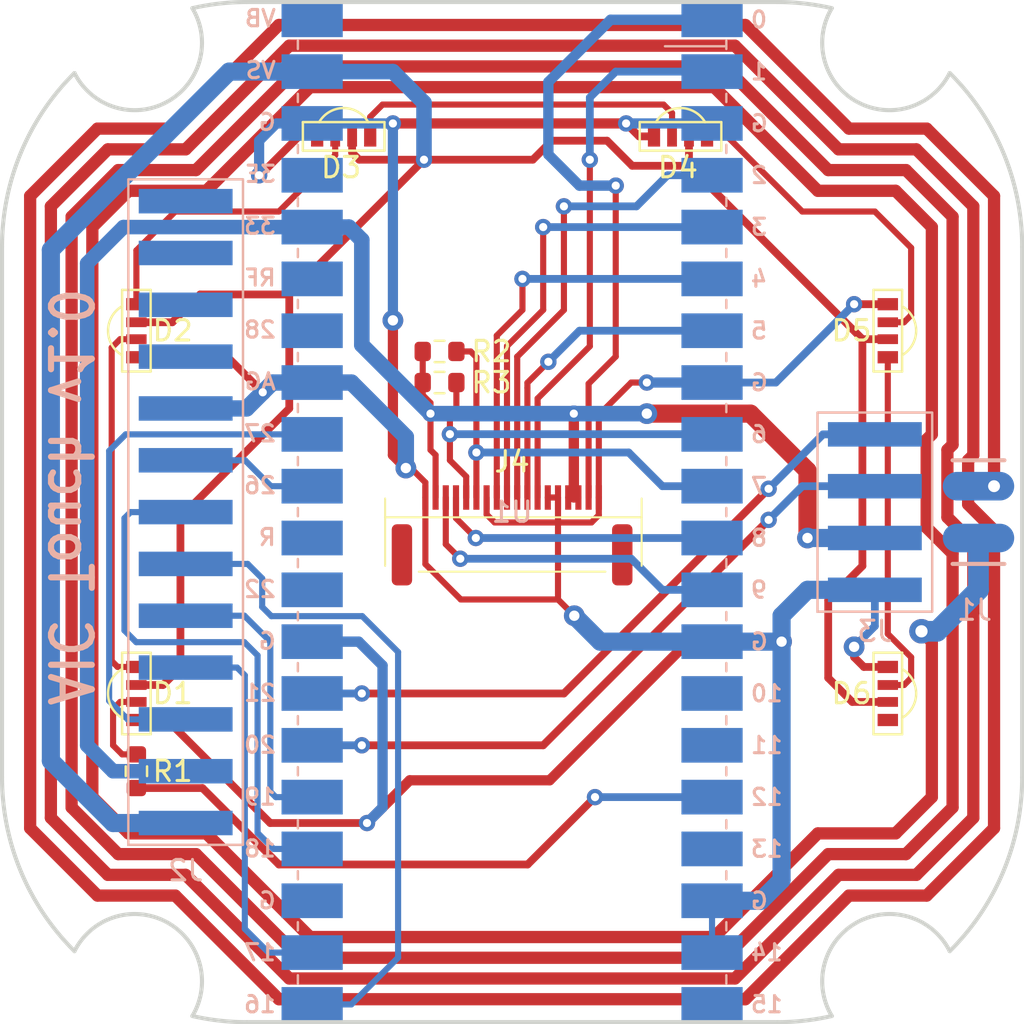
<source format=kicad_pcb>
(kicad_pcb (version 20221018) (generator pcbnew)
  (title_block (title "AIC Pico with PN5180"))
  (layers (0 "F.Cu" signal) (31 "B.Cu" signal) (34 "B.Paste" user) (35 "F.Paste" user) (36 "B.SilkS" user "B.Silkscreen") (37 "F.SilkS" user "F.Silkscreen") (38 "B.Mask" user) (39 "F.Mask" user) (44 "Edge.Cuts" user))
  (net 0 "")
  (net 1 "+5V")
  (net 2 "GND")
  (net 3 "+3V3")
  (net 4 "Net-(D1-In)")
  (net 5 "Net-(D1-Out)")
  (net 6 "Net-(D2-Out)")
  (net 7 "Net-(D3-Out)")
  (net 8 "Net-(D4-Out)")
  (net 9 "/RGB")
  (net 10 "Net-(D5-Out)")
  (net 12 "/LEDK")
  (net 13 "/D{slash}C")
  (net 14 "/CS")
  (net 15 "/SCK")
  (net 16 "/SDA")
  (net 17 "/RST")
  (net 18 "/TP_SCL")
  (net 19 "/TP_SDA")
  (net 20 "/TP_RST")
  (net 23 "/TP_INT")
  (net 25 "Net-(J3-SDA)")
  (net 26 "Net-(J3-SCL)")
  (net 31 "/ANT")
  (net 32 "Net-(J2-RST)")
  (net 33 "Net-(J2-NSS)")
  (net 34 "Net-(J2-MOSI)")
  (net 35 "Net-(J2-MISO)")
  (net 36 "Net-(J2-SCK)")
  (net 37 "Net-(J2-BUSY)")
  (footprint "aic_pico:WS2812B-1204" (layer "F.Cu") (at 143.575 94.985 180)
    (fp_text reference "D4")
    (fp_text value "WS2812B_Unified" hide)
  )
  (footprint "aic_pico:WS2812B-1204" (layer "F.Cu") (at 153.735 104.51 90)
    (fp_text reference "D5")
    (fp_text value "WS2812B_Unified" hide)
  )
  (footprint "Resistor_SMD:R_0603_1608Metric" (layer "F.Cu") (at 131.764 105.526 180)
    (fp_text reference "R2")
    (fp_text value "2K")
  )
  (footprint "aic_pico:WS2812B-1204" (layer "F.Cu") (at 127.065 94.985 180)
    (fp_text reference "D3")
    (fp_text value "WS2812B_Unified" hide)
  )
  (footprint "aic_pico:WS2812B-1204" (layer "F.Cu") (at 116.905 122.29 -90)
    (fp_text reference "D1")
    (fp_text value "WS2812B_Unified" hide)
  )
  (footprint "Resistor_SMD:R_0603_1608Metric" (layer "F.Cu") (at 116.905 126.1 -90)
    (fp_text reference "R1")
    (fp_text value "10" hide)
  )
  (footprint "Resistor_SMD:R_0603_1608Metric" (layer "F.Cu") (at 131.764 107.05 180)
    (fp_text reference "R3")
    (fp_text value "2K")
  )
  (footprint "aic_pico:FPC-0.5-1.0H-18P" (layer "F.Cu") (at 135.32 114.035)
    (fp_text reference "J4")
    (fp_text value "Display" hide)
  )
  (footprint "aic_pico:WS2812B-1204" (layer "F.Cu") (at 153.735 122.29 90)
    (fp_text reference "D6")
    (fp_text value "WS2812B_Unified" hide)
  )
  (footprint "aic_pico:WS2812B-1204" (layer "F.Cu") (at 116.905 104.51 -90)
    (fp_text reference "D2")
    (fp_text value "WS2812B_Unified" hide)
  )
  (footprint "aic_pico:ANT_2P" (layer "B.Cu") (at 158.18 113.4)
    (fp_text reference "J1")
    (fp_text value "Antenna" hide)
  )
  (footprint "aic_pico:RPi_Pico_SMD_No_USB" (layer "B.Cu") (at 135.32 113.4 180)
    (fp_text reference "U1")
    (fp_text value "Pico")
  )
  (footprint "aic_pico:pn5180_conn" (layer "B.Cu") (at 119.32 113.4)
    (fp_text reference "J2")
    (fp_text value "PN5180" hide)
  )
  (footprint "aic_pico:pn532_conn" (layer "B.Cu") (at 153.1 113.4)
    (fp_text reference "J3")
    (fp_text value "PN532" hide)
  )
  (gr_line (start 148.32 138.399999) (end 122.32 138.399999) (stroke (width 0.2)) (layer "Edge.Cuts"))
  (gr_line (start 160.32 126.399999) (end 160.32 100.399999) (stroke (width 0.2)) (layer "Edge.Cuts"))
  (gr_arc (start 119.649044 88.701025) (mid 118.410332 93.29151) (end 113.870189 91.879395) (stroke (width 0.2)) (layer "Edge.Cuts"))
  (gr_arc (start 150.990956 138.098973) (mid 152.229668 133.508486) (end 156.769811 134.920603) (stroke (width 0.2)) (layer "Edge.Cuts"))
  (gr_arc (start 110.32 100.399999) (mid 111.243048 95.784684) (end 113.870189 91.879395) (stroke (width 0.2)) (layer "Edge.Cuts"))
  (gr_arc (start 113.870189 134.920603) (mid 111.243048 131.015314) (end 110.32 126.399999) (stroke (width 0.2)) (layer "Edge.Cuts"))
  (gr_arc (start 122.32 138.399999) (mid 120.976067 138.324505) (end 119.649044 138.098973) (stroke (width 0.2)) (layer "Edge.Cuts"))
  (gr_arc (start 156.769811 91.879395) (mid 159.396952 95.784684) (end 160.32 100.399999) (stroke (width 0.2)) (layer "Edge.Cuts"))
  (gr_arc (start 160.32 126.399999) (mid 159.396952 131.015314) (end 156.769811 134.920603) (stroke (width 0.2)) (layer "Edge.Cuts"))
  (gr_arc (start 156.769811 91.879395) (mid 152.229668 93.291511) (end 150.990956 88.701025) (stroke (width 0.2)) (layer "Edge.Cuts"))
  (gr_arc (start 150.990956 138.098973) (mid 149.663933 138.324505) (end 148.32 138.399999) (stroke (width 0.2)) (layer "Edge.Cuts"))
  (gr_arc (start 113.870189 134.920603) (mid 118.410332 133.508487) (end 119.649044 138.098973) (stroke (width 0.2)) (layer "Edge.Cuts"))
  (gr_line (start 148.32 88.399999) (end 122.32 88.399999) (stroke (width 0.2)) (layer "Edge.Cuts"))
  (gr_line (start 110.32 126.399999) (end 110.32 100.399999) (stroke (width 0.2)) (layer "Edge.Cuts"))
  (gr_arc (start 148.32 88.399999) (mid 149.663933 88.475493) (end 150.990956 88.701025) (stroke (width 0.2)) (layer "Edge.Cuts"))
  (gr_arc (start 119.649044 88.701025) (mid 120.976067 88.475493) (end 122.32 88.399999) (stroke (width 0.2)) (layer "Edge.Cuts"))
  (gr_text "AIC Touch v1.0" (at 112.46 123.052 270) (layer "B.SilkS") (effects (font (size 2 1.8) (thickness 0.3)) (justify left bottom mirror)))
  (segment (start 119.064 113.654) (end 119.064 121.02) (width 0.381) (layer "F.Cu") (net 1))
  (segment (start 124.398 108.32) (end 119.064 113.654) (width 0.381) (layer "F.Cu") (net 1))
  (segment (start 152.489695 116.042305) (end 150.814 117.718) (width 0.381) (layer "F.Cu") (net 1))
  (segment (start 120.031623 102.732) (end 124.398 102.732) (width 0.381) (layer "F.Cu") (net 1))
  (segment (start 139.976254 95.196254) (end 141.205305 96.425305) (width 0.381) (layer "F.Cu") (net 1))
  (segment (start 118.209 121.875) (end 116.905 121.875) (width 0.381) (layer "F.Cu") (net 1))
  (segment (start 150.814 121.528) (end 151.991 122.705) (width 0.381) (layer "F.Cu") (net 1))
  (segment (start 118.668623 104.095) (end 120.031623 102.732) (width 0.381) (layer "F.Cu") (net 1))
  (segment (start 127.48 95.784228) (end 127.823772 96.128) (width 0.381) (layer "F.Cu") (net 1))
  (segment (start 127.823772 96.128) (end 136.336 96.128) (width 0.381) (layer "F.Cu") (net 1))
  (segment (start 150.814 117.718) (end 150.814 121.528) (width 0.381) (layer "F.Cu") (net 1))
  (segment (start 143.99 96.425305) (end 152.489695 104.925) (width 0.381) (layer "F.Cu") (net 1))
  (segment (start 136.336 96.128) (end 137.267746 95.196254) (width 0.381) (layer "F.Cu") (net 1))
  (segment (start 137.267746 95.196254) (end 139.976254 95.196254) (width 0.381) (layer "F.Cu") (net 1))
  (segment (start 152.489695 104.925) (end 153.735 104.925) (width 0.381) (layer "F.Cu") (net 1))
  (segment (start 141.205305 96.425305) (end 143.99 96.425305) (width 0.381) (layer "F.Cu") (net 1))
  (segment (start 127.48 94.985) (end 127.48 95.784228) (width 0.381) (layer "F.Cu") (net 1))
  (segment (start 124.398 102.732) (end 124.398 108.32) (width 0.381) (layer "F.Cu") (net 1))
  (segment (start 131.002 96.128) (end 124.398 102.732) (width 0.381) (layer "F.Cu") (net 1))
  (segment (start 151.991 122.705) (end 153.735 122.705) (width 0.381) (layer "F.Cu") (net 1))
  (segment (start 119.064 121.02) (end 118.209 121.875) (width 0.381) (layer "F.Cu") (net 1))
  (segment (start 152.489695 104.925) (end 152.489695 116.042305) (width 0.381) (layer "F.Cu") (net 1))
  (segment (start 116.905 104.095) (end 118.668623 104.095) (width 0.381) (layer "F.Cu") (net 1))
  (segment (start 143.99 96.425305) (end 143.99 94.985) (width 0.381) (layer "F.Cu") (net 1))
  (via (at 131.002 96.128) (size 0.8) (drill 0.4) (layers "F.Cu" "B.Cu") (net 1))
  (segment (start 131.002 93.334) (end 129.478 91.81) (width 0.762) (layer "B.Cu") (net 1))
  (segment (start 115.762 128.64) (end 120.08 128.64) (width 0.889) (layer "B.Cu") (net 1))
  (segment (start 131.002 96.128) (end 131.002 93.334) (width 0.762) (layer "B.Cu") (net 1))
  (segment (start 112.714 100.549791) (end 112.714 125.592) (width 0.889) (layer "B.Cu") (net 1))
  (segment (start 121.453791 91.81) (end 112.714 100.549791) (width 0.889) (layer "B.Cu") (net 1))
  (segment (start 125.52 91.81) (end 121.453791 91.81) (width 0.889) (layer "B.Cu") (net 1))
  (segment (start 129.478 91.81) (end 125.52 91.81) (width 0.762) (layer "B.Cu") (net 1))
  (segment (start 112.714 125.592) (end 115.762 128.64) (width 0.889) (layer "B.Cu") (net 1))
  (segment (start 139.57 113.548254) (end 139.210254 113.908) (width 0.3) (layer "F.Cu") (net 2))
  (segment (start 139.57 112.685) (end 139.57 113.548254) (width 0.3) (layer "F.Cu") (net 2))
  (segment (start 141.543 94.985) (end 142.275 94.985) (width 0.381) (layer "F.Cu") (net 2))
  (segment (start 139.57 108.638) (end 141.158 107.05) (width 0.3) (layer "F.Cu") (net 2))
  (segment (start 123.464 128.64) (end 118.414 123.59) (width 0.381) (layer "F.Cu") (net 2))
  (segment (start 137.57 117.682) (end 137.57 112.685) (width 0.3) (layer "F.Cu") (net 2))
  (segment (start 139.57 112.685) (end 139.57 108.638) (width 0.3) (layer "F.Cu") (net 2))
  (segment (start 143.956 119.75) (end 137.161 126.545) (width 0.5) (layer "F.Cu") (net 2))
  (segment (start 152.084 103.21) (end 153.735 103.21) (width 0.381) (layer "F.Cu") (net 2))
  (segment (start 152.084 120.512) (end 152.562 120.99) (width 0.381) (layer "F.Cu") (net 2))
  (segment (start 131.07 112.685) (end 131.07 115.948) (width 0.3) (layer "F.Cu") (net 2))
  (segment (start 130.303 126.545) (end 128.208 128.64) (width 0.5) (layer "F.Cu") (net 2))
  (segment (start 131.07 115.948) (end 132.804 117.682) (width 0.3) (layer "F.Cu") (net 2))
  (segment (start 139.210254 113.908) (end 134.464465 113.908) (width 0.3) (layer "F.Cu") (net 2))
  (segment (start 124.868 94.985) (end 125.765 94.985) (width 0.381) (layer "F.Cu") (net 2))
  (segment (start 128.208 128.64) (end 123.464 128.64) (width 0.381) (layer "F.Cu") (net 2))
  (segment (start 134.07 113.513535) (end 134.07 112.685) (width 0.3) (layer "F.Cu") (net 2))
  (segment (start 137.07 112.685) (end 137.57 112.685) (width 0.3) (layer "F.Cu") (net 2))
  (segment (start 152.084 120.004) (end 152.084 120.512) (width 0.381) (layer "F.Cu") (net 2))
  (segment (start 137.57 117.682) (end 138.368 118.48) (width 0.3) (layer "F.Cu") (net 2))
  (segment (start 141.158 107.05) (end 141.924 107.05) (width 0.3) (layer "F.Cu") (net 2))
  (segment (start 129.478 110.606) (end 130.113 111.241) (width 0.5) (layer "F.Cu") (net 2))
  (segment (start 137.161 126.545) (end 130.303 126.545) (width 0.5) (layer "F.Cu") (net 2))
  (segment (start 152.562 120.99) (end 153.735 120.99) (width 0.381) (layer "F.Cu") (net 2))
  (segment (start 140.908 94.35) (end 141.543 94.985) (width 0.381) (layer "F.Cu") (net 2))
  (segment (start 122.963 96.89) (end 124.868 94.985) (width 0.381) (layer "F.Cu") (net 2))
  (segment (start 148.528 119.75) (end 143.956 119.75) (width 0.5) (layer "F.Cu") (net 2))
  (segment (start 129.478 104.002) (end 129.478 110.606) (width 0.5) (layer "F.Cu") (net 2))
  (segment (start 116.905 105.81) (end 121.38 105.81) (width 0.381) (layer "F.Cu") (net 2))
  (segment (start 121.38 105.81) (end 123.098 107.528) (width 0.381) (layer "F.Cu") (net 2))
  (segment (start 130.363 111.241) (end 131.07 111.948) (width 0.3) (layer "F.Cu") (net 2))
  (segment (start 118.414 123.59) (end 116.905 123.59) (width 0.381) (layer "F.Cu") (net 2))
  (segment (start 134.464465 113.908) (end 134.07 113.513535) (width 0.3) (layer "F.Cu") (net 2))
  (segment (start 131.07 111.948) (end 131.07 112.685) (width 0.3) (layer "F.Cu") (net 2))
  (segment (start 140.908 94.35) (end 129.478 94.35) (width 0.5) (layer "F.Cu") (net 2))
  (segment (start 122.92 96.89) (end 122.963 96.89) (width 0.381) (layer "F.Cu") (net 2))
  (segment (start 132.804 117.682) (end 137.57 117.682) (width 0.3) (layer "F.Cu") (net 2))
  (via (at 138.368 118.48) (size 1.016) (drill 0.508) (layers "F.Cu" "B.Cu") (net 2))
  (via (at 130.113 111.241) (size 1.016) (drill 0.508) (layers "F.Cu" "B.Cu") (net 2))
  (via (at 140.908 94.35) (size 0.8) (drill 0.4) (layers "F.Cu" "B.Cu") (net 2))
  (via (at 122.92 96.89) (size 0.8) (drill 0.4) (layers "F.Cu" "B.Cu") (net 2))
  (via (at 141.924 107.05) (size 0.8) (drill 0.4) (layers "F.Cu" "B.Cu") (net 2))
  (via (at 128.208 128.64) (size 0.8) (drill 0.4) (layers "F.Cu" "B.Cu") (net 2))
  (via (at 129.478 94.35) (size 0.8) (drill 0.4) (layers "F.Cu" "B.Cu") (net 2))
  (via (at 152.084 103.21) (size 0.8) (drill 0.4) (layers "F.Cu" "B.Cu") (net 2))
  (via (at 123.098 107.528) (size 0.8) (drill 0.4) (layers "F.Cu" "B.Cu") (net 2))
  (via (at 152.084 120.004) (size 1.016) (drill 0.508) (layers "F.Cu" "B.Cu") (net 2))
  (via (at 129.478 104.002) (size 1.016) (drill 0.508) (layers "F.Cu" "B.Cu") (net 2))
  (via (at 148.528 119.75) (size 1.016) (drill 0.508) (layers "F.Cu" "B.Cu") (net 2))
  (segment (start 130.113 111.241) (end 130.113 109.717) (width 0.8) (layer "B.Cu") (net 2))
  (segment (start 127.446 107.05) (end 125.52 107.05) (width 0.8) (layer "B.Cu") (net 2))
  (segment (start 147.512 132.45) (end 145.12 132.45) (width 0.889) (layer "B.Cu") (net 2))
  (segment (start 152.084 103.21) (end 148.244 107.05) (width 0.381) (layer "B.Cu") (net 2))
  (segment (start 139.638 119.75) (end 145.12 119.75) (width 0.889) (layer "B.Cu") (net 2))
  (segment (start 148.528 119.75) (end 148.528 118.48) (width 0.889) (layer "B.Cu") (net 2))
  (segment (start 148.528 131.434) (end 147.512 132.45) (width 0.889) (layer "B.Cu") (net 2))
  (segment (start 128.97 127.878) (end 128.97 120.9185) (width 0.508) (layer "B.Cu") (net 2))
  (segment (start 145.12 107.05) (end 141.924 107.05) (width 0.5) (layer "B.Cu") (net 2))
  (segment (start 148.244 107.05) (end 145.12 107.05) (width 0.381) (layer "B.Cu") (net 2))
  (segment (start 145.12 119.75) (end 148.528 119.75) (width 0.889) (layer "B.Cu") (net 2))
  (segment (start 148.528 119.75) (end 148.528 131.434) (width 0.889) (layer "B.Cu") (net 2))
  (segment (start 122.92 96.89) (end 122.92 95.2) (width 0.5) (layer "B.Cu") (net 2))
  (segment (start 128.208 128.64) (end 128.97 127.878) (width 0.508) (layer "B.Cu") (net 2))
  (segment (start 130.113 109.717) (end 127.446 107.05) (width 0.8) (layer "B.Cu") (net 2))
  (segment (start 129.478 104.002) (end 129.478 94.35) (width 0.5) (layer "B.Cu") (net 2))
  (segment (start 153.1 117.21) (end 153.1 118.988) (width 0.381) (layer "B.Cu") (net 2))
  (segment (start 129.478 94.35) (end 125.52 94.35) (width 0.5) (layer "B.Cu") (net 2))
  (segment (start 149.798 117.21) (end 153.1 117.21) (width 0.889) (layer "B.Cu") (net 2))
  (segment (start 140.908 94.35) (end 145.12 94.35) (width 0.5) (layer "B.Cu") (net 2))
  (segment (start 128.97 120.9185) (end 127.8015 119.75) (width 0.508) (layer "B.Cu") (net 2))
  (segment (start 123.576 107.05) (end 125.52 107.05) (width 0.8) (layer "B.Cu") (net 2))
  (segment (start 123.77 94.35) (end 125.52 94.35) (width 0.5) (layer "B.Cu") (net 2))
  (segment (start 127.8015 119.75) (end 125.52 119.75) (width 0.508) (layer "B.Cu") (net 2))
  (segment (start 153.1 118.988) (end 152.084 120.004) (width 0.381) (layer "B.Cu") (net 2))
  (segment (start 122.306 108.32) (end 123.576 107.05) (width 0.8) (layer "B.Cu") (net 2))
  (segment (start 148.528 118.48) (end 149.798 117.21) (width 0.889) (layer "B.Cu") (net 2))
  (segment (start 138.368 118.48) (end 139.638 119.75) (width 0.889) (layer "B.Cu") (net 2))
  (segment (start 145.12 134.99) (end 145.12 132.45) (width 0.3) (layer "B.Cu") (net 2))
  (segment (start 119.32 108.32) (end 122.306 108.32) (width 0.8) (layer "B.Cu") (net 2))
  (segment (start 122.92 95.2) (end 123.77 94.35) (width 0.5) (layer "B.Cu") (net 2))
  (segment (start 138.07 112.685) (end 138.57 112.685) (width 0.3) (layer "F.Cu") (net 3))
  (segment (start 149.798 111.368) (end 147.004 108.574) (width 0.889) (layer "F.Cu") (net 3))
  (segment (start 149.798 114.67) (end 149.798 111.368) (width 0.889) (layer "F.Cu") (net 3))
  (segment (start 131.32 110.352) (end 131.32 108.574) (width 0.3) (layer "F.Cu") (net 3))
  (segment (start 130.939 107.666225) (end 130.939 105.526) (width 0.3) (layer "F.Cu") (net 3))
  (segment (start 131.57 112.685) (end 131.57 110.602) (width 0.3) (layer "F.Cu") (net 3))
  (segment (start 131.32 108.047225) (end 130.939 107.666225) (width 0.3) (layer "F.Cu") (net 3))
  (segment (start 138.3455 108.574) (end 138.3455 112.685) (width 0.508) (layer "F.Cu") (net 3))
  (segment (start 131.57 110.602) (end 131.32 110.352) (width 0.3) (layer "F.Cu") (net 3))
  (segment (start 131.32 108.574) (end 131.32 108.047225) (width 0.3) (layer "F.Cu") (net 3))
  (segment (start 147.004 108.574) (end 141.924 108.574) (width 0.889) (layer "F.Cu") (net 3))
  (via (at 138.3455 108.574) (size 0.8) (drill 0.4) (layers "F.Cu" "B.Cu") (net 3))
  (via (at 141.924 108.574) (size 1.016) (drill 0.508) (layers "F.Cu" "B.Cu") (net 3))
  (via (at 149.798 114.67) (size 1.016) (drill 0.508) (layers "F.Cu" "B.Cu") (net 3))
  (via (at 131.32 108.574) (size 0.8) (drill 0.4) (layers "F.Cu" "B.Cu") (net 3))
  (segment (start 125.52 99.43) (end 116.27 99.43) (width 0.7112) (layer "B.Cu") (net 3))
  (segment (start 114.492 124.83) (end 115.762 126.1) (width 0.7112) (layer "B.Cu") (net 3))
  (segment (start 127.319 99.43) (end 125.52 99.43) (width 0.762) (layer "B.Cu") (net 3))
  (segment (start 141.924 108.574) (end 131.32 108.574) (width 0.762) (layer "B.Cu") (net 3))
  (segment (start 114.492 101.208) (end 114.492 124.83) (width 0.7112) (layer "B.Cu") (net 3))
  (segment (start 127.954 105.208) (end 127.954 100.065) (width 0.762) (layer "B.Cu") (net 3))
  (segment (start 116.27 99.43) (end 114.492 101.208) (width 0.7112) (layer "B.Cu") (net 3))
  (segment (start 115.762 126.1) (end 120.08 126.1) (width 0.7112) (layer "B.Cu") (net 3))
  (segment (start 127.954 100.065) (end 127.319 99.43) (width 0.762) (layer "B.Cu") (net 3))
  (segment (start 131.32 108.574) (end 127.954 105.208) (width 0.762) (layer "B.Cu") (net 3))
  (segment (start 149.798 114.67) (end 153.1 114.67) (width 0.889) (layer "B.Cu") (net 3))
  (segment (start 116.109 122.705) (end 116.905 122.705) (width 0.3) (layer "F.Cu") (net 4))
  (segment (start 116.905 125.275) (end 116.207 125.275) (width 0.3) (layer "F.Cu") (net 4))
  (segment (start 116.207 125.275) (end 115.762 124.83) (width 0.3) (layer "F.Cu") (net 4))
  (segment (start 115.762 124.83) (end 115.762 123.052) (width 0.3) (layer "F.Cu") (net 4))
  (segment (start 115.762 123.052) (end 116.109 122.705) (width 0.3) (layer "F.Cu") (net 4))
  (segment (start 116.109 104.925) (end 116.905 104.925) (width 0.3) (layer "F.Cu") (net 5))
  (segment (start 115.986 120.99) (end 115.695 120.699) (width 0.3) (layer "F.Cu") (net 5))
  (segment (start 116.905 120.99) (end 115.986 120.99) (width 0.3) (layer "F.Cu") (net 5))
  (segment (start 115.695 120.699) (end 115.695 105.339) (width 0.3) (layer "F.Cu") (net 5))
  (segment (start 115.695 105.339) (end 116.109 104.925) (width 0.3) (layer "F.Cu") (net 5))
  (segment (start 116.905 100.573) (end 116.905 103.21) (width 0.3) (layer "F.Cu") (net 6))
  (segment (start 126.65 95.908) (end 123.89 98.668) (width 0.3) (layer "F.Cu") (net 6))
  (segment (start 126.65 94.985) (end 126.65 95.908) (width 0.3) (layer "F.Cu") (net 6))
  (segment (start 123.89 98.668) (end 118.81 98.668) (width 0.3) (layer "F.Cu") (net 6))
  (segment (start 118.81 98.668) (end 116.905 100.573) (width 0.3) (layer "F.Cu") (net 6))
  (segment (start 143.16 94.985) (end 143.16 93.842) (width 0.3) (layer "F.Cu") (net 7))
  (segment (start 143.16 93.842) (end 142.743476 93.425476) (width 0.3) (layer "F.Cu") (net 7))
  (segment (start 142.743476 93.425476) (end 128.97 93.425476) (width 0.3) (layer "F.Cu") (net 7))
  (segment (start 128.365 94.030476) (end 128.365 94.985) (width 0.3) (layer "F.Cu") (net 7))
  (segment (start 128.97 93.425476) (end 128.365 94.030476) (width 0.3) (layer "F.Cu") (net 7))
  (segment (start 154.878 100.446) (end 154.878 103.748) (width 0.3) (layer "F.Cu") (net 8))
  (segment (start 154.878 103.748) (end 154.531 104.095) (width 0.3) (layer "F.Cu") (net 8))
  (segment (start 144.875 94.985) (end 145.861 94.985) (width 0.3) (layer "F.Cu") (net 8))
  (segment (start 154.531 104.095) (end 153.735 104.095) (width 0.3) (layer "F.Cu") (net 8))
  (segment (start 145.861 94.985) (end 149.544 98.668) (width 0.3) (layer "F.Cu") (net 8))
  (segment (start 153.1 98.668) (end 154.878 100.446) (width 0.3) (layer "F.Cu") (net 8))
  (segment (start 149.544 98.668) (end 153.1 98.668) (width 0.3) (layer "F.Cu") (net 8))
  (segment (start 120.143 126.925) (end 122.62 129.402) (width 0.381) (layer "F.Cu") (net 9))
  (segment (start 122.62 129.402) (end 123.89 130.672) (width 0.381) (layer "F.Cu") (net 9))
  (segment (start 136.082 130.672) (end 139.384 127.37) (width 0.381) (layer "F.Cu") (net 9))
  (segment (start 116.905 126.925) (end 120.143 126.925) (width 0.381) (layer "F.Cu") (net 9))
  (segment (start 123.89 130.672) (end 136.082 130.672) (width 0.381) (layer "F.Cu") (net 9))
  (via (at 139.384 127.37) (size 0.8) (drill 0.4) (layers "F.Cu" "B.Cu") (net 9))
  (segment (start 139.384 127.37) (end 145.12 127.37) (width 0.381) (layer "B.Cu") (net 9))
  (segment (start 154.878 121.528) (end 154.878 120.512) (width 0.3) (layer "F.Cu") (net 10))
  (segment (start 153.735 119.369) (end 153.735 105.81) (width 0.3) (layer "F.Cu") (net 10))
  (segment (start 153.735 121.875) (end 154.531 121.875) (width 0.3) (layer "F.Cu") (net 10))
  (segment (start 154.878 120.512) (end 153.735 119.369) (width 0.3) (layer "F.Cu") (net 10))
  (segment (start 154.531 121.875) (end 154.878 121.528) (width 0.3) (layer "F.Cu") (net 10))
  (segment (start 140.4 97.398) (end 140.4 105.776) (width 0.3) (layer "F.Cu") (net 12))
  (segment (start 140.4 105.776) (end 139.07 107.106) (width 0.3) (layer "F.Cu") (net 12))
  (segment (start 139.07 107.106) (end 139.07 112.685) (width 0.3) (layer "F.Cu") (net 12))
  (via (at 140.4 97.398) (size 0.8) (drill 0.4) (layers "F.Cu" "B.Cu") (net 12))
  (segment (start 140.146 89.27) (end 145.12 89.27) (width 0.508) (layer "B.Cu") (net 12))
  (segment (start 138.622 97.398) (end 137.098 95.874) (width 0.508) (layer "B.Cu") (net 12))
  (segment (start 137.098 92.318) (end 140.146 89.27) (width 0.508) (layer "B.Cu") (net 12))
  (segment (start 140.4 97.398) (end 138.622 97.398) (width 0.508) (layer "B.Cu") (net 12))
  (segment (start 137.098 95.874) (end 137.098 92.318) (width 0.508) (layer "B.Cu") (net 12))
  (segment (start 139.13 105.272) (end 136.57 107.832) (width 0.3) (layer "F.Cu") (net 13))
  (segment (start 136.57 107.832) (end 136.57 108.082) (width 0.3) (layer "F.Cu") (net 13))
  (segment (start 139.13 96.128) (end 139.13 105.272) (width 0.3) (layer "F.Cu") (net 13))
  (segment (start 136.57 108.082) (end 136.57 112.685) (width 0.3) (layer "F.Cu") (net 13))
  (via (at 139.13 96.128) (size 0.8) (drill 0.4) (layers "F.Cu" "B.Cu") (net 13))
  (segment (start 139.13 96.128) (end 139.13 93.08) (width 0.381) (layer "B.Cu") (net 13))
  (segment (start 139.13 93.08) (end 140.4 91.81) (width 0.381) (layer "B.Cu") (net 13))
  (segment (start 140.4 91.81) (end 145.12 91.81) (width 0.381) (layer "B.Cu") (net 13))
  (segment (start 136.07 107.062) (end 136.07 107.312) (width 0.3) (layer "F.Cu") (net 14))
  (segment (start 136.07 107.312) (end 136.07 112.685) (width 0.3) (layer "F.Cu") (net 14))
  (segment (start 137.098 106.034) (end 136.07 107.062) (width 0.3) (layer "F.Cu") (net 14))
  (via (at 137.098 106.034) (size 0.8) (drill 0.4) (layers "F.Cu" "B.Cu") (net 14))
  (segment (start 138.622 104.51) (end 145.12 104.51) (width 0.381) (layer "B.Cu") (net 14))
  (segment (start 137.098 106.034) (end 138.622 104.51) (width 0.381) (layer "B.Cu") (net 14))
  (segment (start 137.86 103.494) (end 135.574 105.78) (width 0.3) (layer "F.Cu") (net 15))
  (segment (start 137.86 98.414) (end 137.86 103.494) (width 0.3) (layer "F.Cu") (net 15))
  (segment (start 135.574 105.78) (end 135.57 105.78) (width 0.3) (layer "F.Cu") (net 15))
  (segment (start 135.57 105.78) (end 135.57 112.685) (width 0.3) (layer "F.Cu") (net 15))
  (via (at 137.86 98.414) (size 0.8) (drill 0.4) (layers "F.Cu" "B.Cu") (net 15))
  (segment (start 141.416 98.414) (end 142.94 96.89) (width 0.381) (layer "B.Cu") (net 15))
  (segment (start 137.86 98.414) (end 141.416 98.414) (width 0.381) (layer "B.Cu") (net 15))
  (segment (start 142.94 96.89) (end 145.12 96.89) (width 0.381) (layer "B.Cu") (net 15))
  (segment (start 136.844 103.49) (end 135.07 105.264) (width 0.3) (layer "F.Cu") (net 16))
  (segment (start 136.844 99.43) (end 136.844 103.49) (width 0.3) (layer "F.Cu") (net 16))
  (segment (start 135.07 105.264) (end 135.07 112.685) (width 0.3) (layer "F.Cu") (net 16))
  (via (at 136.844 99.43) (size 0.8) (drill 0.4) (layers "F.Cu" "B.Cu") (net 16))
  (segment (start 145.12 99.43) (end 136.844 99.43) (width 0.381) (layer "B.Cu") (net 16))
  (segment (start 135.828 101.97) (end 135.828 103.49) (width 0.3) (layer "F.Cu") (net 17))
  (segment (start 134.57 104.748) (end 134.57 112.685) (width 0.3) (layer "F.Cu") (net 17))
  (segment (start 135.828 103.49) (end 134.57 104.748) (width 0.3) (layer "F.Cu") (net 17))
  (via (at 135.828 101.97) (size 0.8) (drill 0.4) (layers "F.Cu" "B.Cu") (net 17))
  (segment (start 145.12 101.97) (end 135.828 101.97) (width 0.381) (layer "B.Cu") (net 17))
  (segment (start 133.57 105.808) (end 133.288 105.526) (width 0.3) (layer "F.Cu") (net 18))
  (segment (start 133.57 110.4845) (end 133.57 112.685) (width 0.3) (layer "F.Cu") (net 18))
  (segment (start 133.57 110.479) (end 133.57 105.808) (width 0.3) (layer "F.Cu") (net 18))
  (segment (start 133.288 105.526) (end 132.589 105.526) (width 0.3) (layer "F.Cu") (net 18))
  (via (at 133.57 110.479) (size 0.8) (drill 0.4) (layers "F.Cu" "B.Cu") (net 18))
  (segment (start 133.542 110.479) (end 141.035 110.479) (width 0.381) (layer "B.Cu") (net 18))
  (segment (start 133.415 110.352) (end 133.542 110.479) (width 0.381) (layer "B.Cu") (net 18))
  (segment (start 142.686 112.13) (end 145.12 112.13) (width 0.381) (layer "B.Cu") (net 18))
  (segment (start 141.035 110.479) (end 142.686 112.13) (width 0.381) (layer "B.Cu") (net 18))
  (segment (start 132.589 108.511) (end 132.589 107.05) (width 0.3) (layer "F.Cu") (net 19))
  (segment (start 132.272 109.581) (end 132.272 110.86) (width 0.3) (layer "F.Cu") (net 19))
  (segment (start 132.272 110.86) (end 133.07 111.658) (width 0.3) (layer "F.Cu") (net 19))
  (segment (start 133.07 111.658) (end 133.07 112.685) (width 0.3) (layer "F.Cu") (net 19))
  (segment (start 132.272 108.828) (end 132.589 108.511) (width 0.3) (layer "F.Cu") (net 19))
  (segment (start 132.272 109.581) (end 132.272 108.828) (width 0.3) (layer "F.Cu") (net 19))
  (via (at 132.272 109.581) (size 0.8) (drill 0.4) (layers "F.Cu" "B.Cu") (net 19))
  (segment (start 145.111 109.581) (end 145.12 109.59) (width 0.381) (layer "B.Cu") (net 19))
  (segment (start 132.272 109.581) (end 145.111 109.581) (width 0.381) (layer "B.Cu") (net 19))
  (segment (start 133.542 114.67) (end 132.57 113.698) (width 0.3) (layer "F.Cu") (net 20))
  (segment (start 132.57 113.698) (end 132.57 112.685) (width 0.3) (layer "F.Cu") (net 20))
  (via (at 133.542 114.67) (size 0.8) (drill 0.4) (layers "F.Cu" "B.Cu") (net 20))
  (segment (start 133.542 114.67) (end 145.12 114.67) (width 0.381) (layer "B.Cu") (net 20))
  (segment (start 132.07 114.976) (end 132.78 115.686) (width 0.3) (layer "F.Cu") (net 23))
  (segment (start 132.07 112.685) (end 132.07 114.976) (width 0.3) (layer "F.Cu") (net 23))
  (via (at 132.78 115.686) (size 0.8) (drill 0.4) (layers "F.Cu" "B.Cu") (net 23))
  (segment (start 142.686 117.21) (end 145.12 117.21) (width 0.381) (layer "B.Cu") (net 23))
  (segment (start 141.162 115.686) (end 142.686 117.21) (width 0.381) (layer "B.Cu") (net 23))
  (segment (start 132.78 115.686) (end 141.162 115.686) (width 0.381) (layer "B.Cu") (net 23))
  (segment (start 136.844 124.83) (end 127.954 124.83) (width 0.381) (layer "F.Cu") (net 25))
  (segment (start 147.893 113.781) (end 136.844 124.83) (width 0.381) (layer "F.Cu") (net 25))
  (via (at 147.893 113.781) (size 0.8) (drill 0.4) (layers "F.Cu" "B.Cu") (net 25))
  (via (at 127.954 124.83) (size 0.8) (drill 0.4) (layers "F.Cu" "B.Cu") (net 25))
  (segment (start 149.544 112.13) (end 153.1 112.13) (width 0.381) (layer "B.Cu") (net 25))
  (segment (start 125.52 124.83) (end 127.954 124.83) (width 0.381) (layer "B.Cu") (net 25))
  (segment (start 147.893 113.781) (end 149.544 112.13) (width 0.381) (layer "B.Cu") (net 25))
  (segment (start 147.893 112.257) (end 137.86 122.29) (width 0.381) (layer "F.Cu") (net 26))
  (segment (start 137.86 122.29) (end 127.954 122.29) (width 0.381) (layer "F.Cu") (net 26))
  (via (at 127.954 122.29) (size 0.8) (drill 0.4) (layers "F.Cu" "B.Cu") (net 26))
  (via (at 147.893 112.257) (size 0.8) (drill 0.4) (layers "F.Cu" "B.Cu") (net 26))
  (segment (start 125.52 122.29) (end 127.954 122.29) (width 0.381) (layer "B.Cu") (net 26))
  (segment (start 150.56 109.59) (end 153.1 109.59) (width 0.381) (layer "B.Cu") (net 26))
  (segment (start 147.893 112.257) (end 150.56 109.59) (width 0.381) (layer "B.Cu") (net 26))
  (segment locked (start 150.306 97.652) (end 154.116 97.652) (width 0.6) (layer "F.Cu") (net 31))
  (segment locked (start 154.116 129.148) (end 150.306 129.148) (width 0.6) (layer "F.Cu") (net 31))
  (segment locked (start 155.894 109.59) (end 155.64 109.844) (width 0.6) (layer "F.Cu") (net 31))
  (segment locked (start 113.73 127.878) (end 113.73 98.922) (width 0.6) (layer "F.Cu") (net 31))
  (segment locked (start 155.64 94.604) (end 158.942 97.906) (width 0.6) (layer "F.Cu") (net 31))
  (segment locked (start 157.926 110.606) (end 157.672 110.86) (width 0.6) (layer "F.Cu") (net 31))
  (segment locked (start 116.016 96.636) (end 119.826 96.636) (width 0.6) (layer "F.Cu") (net 31))
  (segment locked (start 145.226 134.228) (end 125.414 134.228) (width 0.6) (layer "F.Cu") (net 31))
  (segment locked (start 157.672 110.86) (end 157.672 113.019) (width 0.6) (layer "F.Cu") (net 31))
  (segment locked (start 156.656 110.352) (end 156.656 113.654) (width 0.6) (layer "F.Cu") (net 31))
  (segment locked (start 158.942 114.289) (end 158.942 128.894) (width 0.6) (layer "F.Cu") (net 31))
  (segment locked (start 114.746 99.43) (end 116.524 97.652) (width 0.6) (layer "F.Cu") (net 31))
  (segment locked (start 151.83 132.196) (end 146.75 137.276) (width 0.6) (layer "F.Cu") (net 31))
  (segment locked (start 155.894 99.43) (end 155.894 109.59) (width 0.6) (layer "F.Cu") (net 31))
  (segment locked (start 112.714 98.414) (end 115.508 95.62) (width 0.6) (layer "F.Cu") (net 31))
  (segment locked (start 119.318 131.18) (end 115.508 131.18) (width 0.6) (layer "F.Cu") (net 31))
  (segment locked (start 118.81 94.604) (end 123.89 89.524) (width 0.6) (layer "F.Cu") (net 31))
  (segment locked (start 157.926 114.924) (end 157.926 128.386) (width 0.6) (layer "F.Cu") (net 31))
  (segment locked (start 156.91 127.878) (end 154.624 130.164) (width 0.6) (layer "F.Cu") (net 31))
  (segment locked (start 151.83 94.604) (end 155.64 94.604) (width 0.6) (layer "F.Cu") (net 31))
  (segment locked (start 119.318 95.62) (end 124.398 90.54) (width 0.6) (layer "F.Cu") (net 31))
  (segment locked (start 145.226 92.572) (end 150.306 97.652) (width 0.6) (layer "F.Cu") (net 31))
  (segment locked (start 146.242 136.26) (end 124.398 136.26) (width 0.6) (layer "F.Cu") (net 31))
  (segment locked (start 124.906 91.556) (end 145.734 91.556) (width 0.6) (layer "F.Cu") (net 31))
  (segment locked (start 114.746 127.37) (end 114.746 99.43) (width 0.6) (layer "F.Cu") (net 31))
  (segment locked (start 112.714 128.386) (end 112.714 98.414) (width 0.6) (layer "F.Cu") (net 31))
  (segment locked (start 154.624 130.164) (end 150.814 130.164) (width 0.6) (layer "F.Cu") (net 31))
  (segment locked (start 150.814 96.636) (end 154.624 96.636) (width 0.6) (layer "F.Cu") (net 31))
  (segment locked (start 155.64 114.162) (end 156.91 115.432) (width 0.6) (layer "F.Cu") (net 31))
  (segment locked (start 155.64 109.844) (end 155.64 114.162) (width 0.6) (layer "F.Cu") (net 31))
  (segment locked (start 123.89 89.524) (end 146.75 89.524) (width 0.6) (layer "F.Cu") (net 31))
  (segment locked (start 116.524 97.652) (end 120.334 97.652) (width 0.6) (layer "F.Cu") (net 31))
  (segment locked (start 125.414 92.572) (end 145.226 92.572) (width 0.6) (layer "F.Cu") (net 31))
  (segment locked (start 155.132 95.62) (end 157.926 98.414) (width 0.6) (layer "F.Cu") (net 31))
  (segment locked (start 158.942 128.894) (end 155.64 132.196) (width 0.6) (layer "F.Cu") (net 31))
  (segment (start 155.894 119.75) (end 155.894 127.37) (width 0.6) (layer "F.Cu") (net 31))
  (segment locked (start 156.656 113.654) (end 157.926 114.924) (width 0.6) (layer "F.Cu") (net 31))
  (segment locked (start 150.814 130.164) (end 145.734 135.244) (width 0.6) (layer "F.Cu") (net 31))
  (segment locked (start 146.75 89.524) (end 151.83 94.604) (width 0.6) (layer "F.Cu") (net 31))
  (segment locked (start 111.698 128.894) (end 111.698 97.906) (width 0.6) (layer "F.Cu") (net 31))
  (segment locked (start 156.91 115.432) (end 156.91 127.878) (width 0.6) (layer "F.Cu") (net 31))
  (segment locked (start 120.334 97.652) (end 125.414 92.572) (width 0.6) (layer "F.Cu") (net 31))
  (segment locked (start 157.926 98.414) (end 157.926 110.606) (width 0.6) (layer "F.Cu") (net 31))
  (segment locked (start 155.64 132.196) (end 151.83 132.196) (width 0.6) (layer "F.Cu") (net 31))
  (segment locked (start 156.91 110.098) (end 156.656 110.352) (width 0.6) (layer "F.Cu") (net 31))
  (segment locked (start 154.116 97.652) (end 155.894 99.43) (width 0.6) (layer "F.Cu") (net 31))
  (segment locked (start 115 132.196) (end 111.698 128.894) (width 0.6) (layer "F.Cu") (net 31))
  (segment locked (start 120.334 129.148) (end 116.524 129.148) (width 0.6) (layer "F.Cu") (net 31))
  (segment locked (start 119.826 96.636) (end 124.906 91.556) (width 0.6) (layer "F.Cu") (net 31))
  (segment (start 155.386 119.242) (end 155.894 119.75) (width 0.6) (layer "F.Cu") (net 31))
  (segment locked (start 151.322 95.62) (end 155.132 95.62) (width 0.6) (layer "F.Cu") (net 31))
  (segment locked (start 116.524 129.148) (end 114.746 127.37) (width 0.6) (layer "F.Cu") (net 31))
  (segment locked (start 151.322 131.18) (end 146.242 136.26) (width 0.6) (layer "F.Cu") (net 31))
  (segment locked (start 124.398 90.54) (end 146.242 90.54) (width 0.6) (layer "F.Cu") (net 31))
  (segment locked (start 116.016 130.164) (end 113.73 127.878) (width 0.6) (layer "F.Cu") (net 31))
  (segment locked (start 146.242 90.54) (end 151.322 95.62) (width 0.6) (layer "F.Cu") (net 31))
  (segment locked (start 154.624 96.636) (end 156.91 98.922) (width 0.6) (layer "F.Cu") (net 31))
  (segment locked (start 125.414 134.228) (end 120.334 129.148) (width 0.6) (layer "F.Cu") (net 31))
  (segment locked (start 119.826 130.164) (end 116.016 130.164) (width 0.6) (layer "F.Cu") (net 31))
  (segment locked (start 150.306 129.148) (end 145.226 134.228) (width 0.6) (layer "F.Cu") (net 31))
  (segment locked (start 118.81 132.196) (end 115 132.196) (width 0.6) (layer "F.Cu") (net 31))
  (segment locked (start 157.672 113.019) (end 158.942 114.289) (width 0.6) (layer "F.Cu") (net 31))
  (segment locked (start 145.734 91.556) (end 150.814 96.636) (width 0.6) (layer "F.Cu") (net 31))
  (segment locked (start 113.73 98.922) (end 116.016 96.636) (width 0.6) (layer "F.Cu") (net 31))
  (segment locked (start 115 94.604) (end 118.81 94.604) (width 0.6) (layer "F.Cu") (net 31))
  (segment locked (start 115.508 131.18) (end 112.714 128.386) (width 0.6) (layer "F.Cu") (net 31))
  (segment locked (start 158.942 97.906) (end 158.942 112.13) (width 0.6) (layer "F.Cu") (net 31))
  (segment locked (start 124.398 136.26) (end 119.318 131.18) (width 0.6) (layer "F.Cu") (net 31))
  (segment locked (start 156.91 98.922) (end 156.91 110.098) (width 0.6) (layer "F.Cu") (net 31))
  (segment locked (start 155.894 127.37) (end 154.116 129.148) (width 0.6) (layer "F.Cu") (net 31))
  (segment locked (start 157.926 128.386) (end 155.132 131.18) (width 0.6) (layer "F.Cu") (net 31))
  (segment locked (start 146.75 137.276) (end 123.89 137.276) (width 0.6) (layer "F.Cu") (net 31))
  (segment locked (start 145.734 135.244) (end 124.906 135.244) (width 0.6) (layer "F.Cu") (net 31))
  (segment locked (start 111.698 97.906) (end 115 94.604) (width 0.6) (layer "F.Cu") (net 31))
  (segment locked (start 124.906 135.244) (end 119.826 130.164) (width 0.6) (layer "F.Cu") (net 31))
  (segment locked (start 115.508 95.62) (end 119.318 95.62) (width 0.6) (layer "F.Cu") (net 31))
  (segment locked (start 123.89 137.276) (end 118.81 132.196) (width 0.6) (layer "F.Cu") (net 31))
  (segment locked (start 155.132 131.18) (end 151.322 131.18) (width 0.6) (layer "F.Cu") (net 31))
  (via (at 155.386 119.242) (size 1.2) (drill 0.6) (layers "F.Cu" "B.Cu") (net 31))
  (via (at 158.942 112.13) (size 1.143) (drill 0.5842) (layers "F.Cu" "B.Cu") (net 31))
  (segment (start 158.18 117.21) (end 158.18 114.67) (width 1.016) (layer "B.Cu") (net 31))
  (segment (start 155.386 119.242) (end 156.148 119.242) (width 1.016) (layer "B.Cu") (net 31))
  (segment (start 156.148 119.242) (end 158.18 117.21) (width 1.016) (layer "B.Cu") (net 31))
  (segment (start 125.52 109.59) (end 116.38 109.59) (width 0.3) (layer "B.Cu") (net 32))
  (segment (start 116.48 123.56) (end 119.32 123.56) (width 0.3) (layer "B.Cu") (net 32))
  (segment (start 116.38 109.59) (end 115.57 110.4) (width 0.3) (layer "B.Cu") (net 32))
  (segment (start 115.57 110.4) (end 115.57 122.65) (width 0.3) (layer "B.Cu") (net 32))
  (segment (start 115.57 122.65) (end 116.48 123.56) (width 0.3) (layer "B.Cu") (net 32))
  (segment (start 122.22 133.828) (end 123.382 134.99) (width 0.3) (layer "B.Cu") (net 33))
  (segment (start 121.84 121.02) (end 122.22 121.4) (width 0.3) (layer "B.Cu") (net 33))
  (segment (start 123.382 134.99) (end 125.52 134.99) (width 0.3) (layer "B.Cu") (net 33))
  (segment (start 122.22 121.4) (end 122.22 133.828) (width 0.3) (layer "B.Cu") (net 33))
  (segment (start 119.32 121.02) (end 121.84 121.02) (width 0.3) (layer "B.Cu") (net 33))
  (segment (start 123.47 119.75) (end 123.47 127.1) (width 0.3) (layer "B.Cu") (net 34))
  (segment (start 123.74 127.37) (end 125.52 127.37) (width 0.3) (layer "B.Cu") (net 34))
  (segment (start 122.2 118.48) (end 123.47 119.75) (width 0.3) (layer "B.Cu") (net 34))
  (segment (start 119.32 118.48) (end 122.2 118.48) (width 0.3) (layer "B.Cu") (net 34))
  (segment (start 123.47 127.1) (end 123.74 127.37) (width 0.3) (layer "B.Cu") (net 34))
  (segment (start 129.732 120.258) (end 127.974 118.5) (width 0.3) (layer "B.Cu") (net 35))
  (segment (start 123.07 116.65) (end 122.36 115.94) (width 0.3) (layer "B.Cu") (net 35))
  (segment (start 122.36 115.94) (end 119.32 115.94) (width 0.3) (layer "B.Cu") (net 35))
  (segment (start 129.732 135.238) (end 129.732 120.258) (width 0.3) (layer "B.Cu") (net 35))
  (segment (start 123.07 118.05) (end 123.07 116.65) (width 0.3) (layer "B.Cu") (net 35))
  (segment (start 125.52 137.53) (end 127.44 137.53) (width 0.3) (layer "B.Cu") (net 35))
  (segment (start 127.974 118.5) (end 123.52 118.5) (width 0.3) (layer "B.Cu") (net 35))
  (segment (start 127.44 137.53) (end 129.732 135.238) (width 0.3) (layer "B.Cu") (net 35))
  (segment (start 123.52 118.5) (end 123.07 118.05) (width 0.3) (layer "B.Cu") (net 35))
  (segment (start 122.845 129.125) (end 122.845 120.425) (width 0.3) (layer "B.Cu") (net 36))
  (segment (start 123.63 129.91) (end 122.845 129.125) (width 0.3) (layer "B.Cu") (net 36))
  (segment (start 116.32 119.2) (end 116.32 113.7) (width 0.3) (layer "B.Cu") (net 36))
  (segment (start 116.32 113.7) (end 116.62 113.4) (width 0.3) (layer "B.Cu") (net 36))
  (segment (start 122.845 120.425) (end 122.195 119.775) (width 0.3) (layer "B.Cu") (net 36))
  (segment (start 122.195 119.775) (end 116.895 119.775) (width 0.3) (layer "B.Cu") (net 36))
  (segment (start 116.895 119.775) (end 116.32 119.2) (width 0.3) (layer "B.Cu") (net 36))
  (segment (start 125.52 129.91) (end 123.63 129.91) (width 0.3) (layer "B.Cu") (net 36))
  (segment (start 116.62 113.4) (end 119.32 113.4) (width 0.3) (layer "B.Cu") (net 36))
  (segment (start 123.5 112.13) (end 125.52 112.13) (width 0.3) (layer "B.Cu") (net 37))
  (segment (start 122.23 110.86) (end 123.5 112.13) (width 0.3) (layer "B.Cu") (net 37))
  (segment (start 119.32 110.86) (end 122.23 110.86) (width 0.3) (layer "B.Cu") (net 37))
)
</source>
